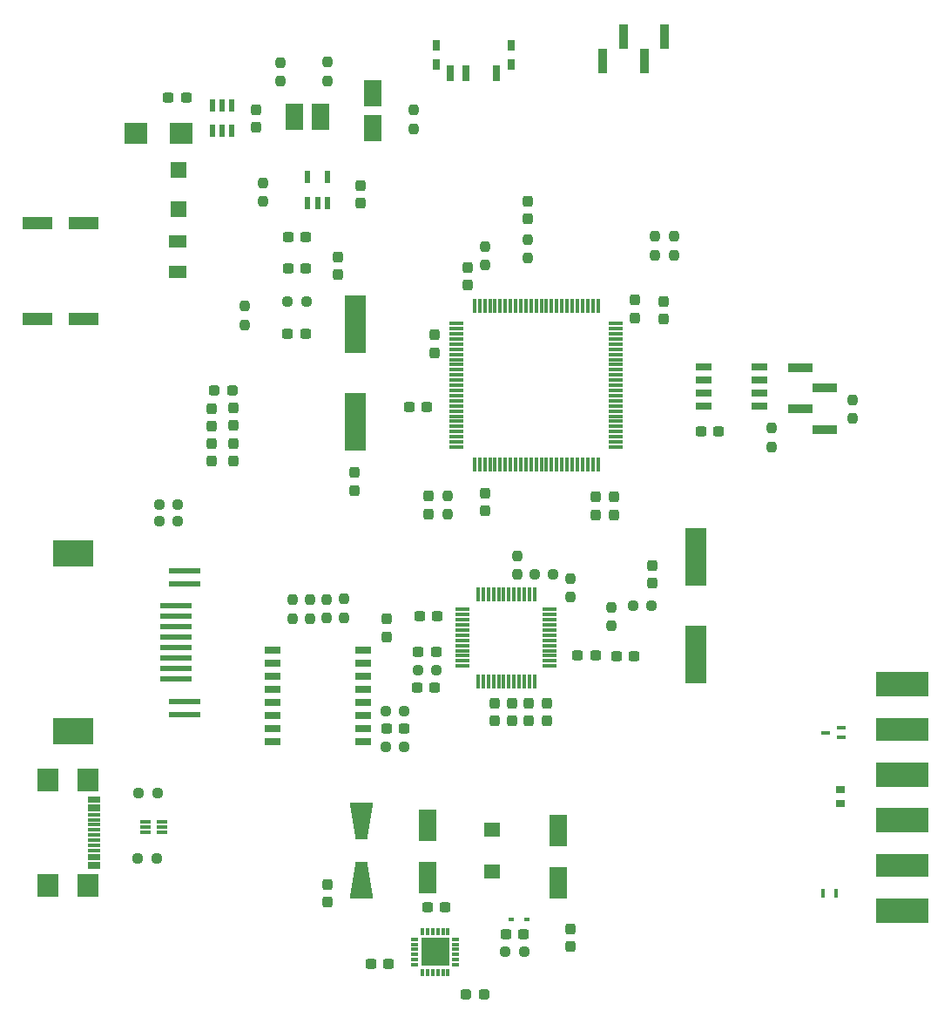
<source format=gbr>
%TF.GenerationSoftware,KiCad,Pcbnew,9.0.7*%
%TF.CreationDate,2026-02-08T15:09:09+00:00*%
%TF.ProjectId,lnb_control,6c6e625f-636f-46e7-9472-6f6c2e6b6963,rev?*%
%TF.SameCoordinates,Original*%
%TF.FileFunction,Paste,Top*%
%TF.FilePolarity,Positive*%
%FSLAX46Y46*%
G04 Gerber Fmt 4.6, Leading zero omitted, Abs format (unit mm)*
G04 Created by KiCad (PCBNEW 9.0.7) date 2026-02-08 15:09:09*
%MOMM*%
%LPD*%
G01*
G04 APERTURE LIST*
G04 Aperture macros list*
%AMRoundRect*
0 Rectangle with rounded corners*
0 $1 Rounding radius*
0 $2 $3 $4 $5 $6 $7 $8 $9 X,Y pos of 4 corners*
0 Add a 4 corners polygon primitive as box body*
4,1,4,$2,$3,$4,$5,$6,$7,$8,$9,$2,$3,0*
0 Add four circle primitives for the rounded corners*
1,1,$1+$1,$2,$3*
1,1,$1+$1,$4,$5*
1,1,$1+$1,$6,$7*
1,1,$1+$1,$8,$9*
0 Add four rect primitives between the rounded corners*
20,1,$1+$1,$2,$3,$4,$5,0*
20,1,$1+$1,$4,$5,$6,$7,0*
20,1,$1+$1,$6,$7,$8,$9,0*
20,1,$1+$1,$8,$9,$2,$3,0*%
%AMOutline4P*
0 Free polygon, 4 corners , with rotation*
0 The origin of the aperture is its center*
0 number of corners: always 4*
0 $1 to $8 corner X, Y*
0 $9 Rotation angle, in degrees counterclockwise*
0 create outline with 4 corners*
4,1,4,$1,$2,$3,$4,$5,$6,$7,$8,$1,$2,$9*%
G04 Aperture macros list end*
%ADD10RoundRect,0.237500X-0.300000X-0.237500X0.300000X-0.237500X0.300000X0.237500X-0.300000X0.237500X0*%
%ADD11RoundRect,0.237500X0.300000X0.237500X-0.300000X0.237500X-0.300000X-0.237500X0.300000X-0.237500X0*%
%ADD12RoundRect,0.237500X-0.237500X0.300000X-0.237500X-0.300000X0.237500X-0.300000X0.237500X0.300000X0*%
%ADD13R,0.400000X0.850000*%
%ADD14RoundRect,0.237500X0.237500X-0.250000X0.237500X0.250000X-0.237500X0.250000X-0.237500X-0.250000X0*%
%ADD15R,1.150000X0.300000*%
%ADD16R,2.000000X2.180000*%
%ADD17R,0.600000X1.200000*%
%ADD18Outline4P,-1.800000X-1.150000X1.800000X-0.550000X1.800000X0.550000X-1.800000X1.150000X270.000000*%
%ADD19Outline4P,-1.800000X-1.150000X1.800000X-0.550000X1.800000X0.550000X-1.800000X1.150000X90.000000*%
%ADD20R,2.100000X5.600000*%
%ADD21RoundRect,0.237500X-0.237500X0.250000X-0.237500X-0.250000X0.237500X-0.250000X0.237500X0.250000X0*%
%ADD22R,2.900000X1.300000*%
%ADD23RoundRect,0.237500X0.237500X-0.300000X0.237500X0.300000X-0.237500X0.300000X-0.237500X-0.300000X0*%
%ADD24R,0.700000X1.500000*%
%ADD25R,0.800000X1.000000*%
%ADD26R,0.850000X2.350000*%
%ADD27RoundRect,0.237500X-0.250000X-0.237500X0.250000X-0.237500X0.250000X0.237500X-0.250000X0.237500X0*%
%ADD28R,3.050000X0.610000*%
%ADD29R,3.900000X2.500000*%
%ADD30RoundRect,0.237500X0.250000X0.237500X-0.250000X0.237500X-0.250000X-0.237500X0.250000X-0.237500X0*%
%ADD31R,1.640000X1.400000*%
%ADD32R,1.800000X2.500000*%
%ADD33R,1.700000X2.600000*%
%ADD34R,1.820000X1.160000*%
%ADD35R,0.540000X0.420000*%
%ADD36R,0.940000X0.750000*%
%ADD37R,0.900000X0.400000*%
%ADD38R,1.630000X1.530000*%
%ADD39RoundRect,0.237500X0.237500X-0.287500X0.237500X0.287500X-0.237500X0.287500X-0.237500X-0.287500X0*%
%ADD40R,2.350000X0.850000*%
%ADD41R,1.475000X0.300000*%
%ADD42R,0.300000X1.475000*%
%ADD43R,2.200000X2.150000*%
%ADD44R,1.645000X0.800000*%
%ADD45R,5.080000X2.290000*%
%ADD46R,5.080000X2.420000*%
%ADD47R,1.551000X0.650000*%
%ADD48R,1.800000X3.150000*%
%ADD49R,0.990000X0.300000*%
%ADD50RoundRect,0.237500X-0.287500X-0.237500X0.287500X-0.237500X0.287500X0.237500X-0.287500X0.237500X0*%
%ADD51R,0.300000X0.750000*%
%ADD52R,0.750000X0.300000*%
%ADD53R,2.800000X2.800000*%
%ADD54RoundRect,0.237500X0.287500X0.237500X-0.287500X0.237500X-0.287500X-0.237500X0.287500X-0.237500X0*%
G04 APERTURE END LIST*
D10*
%TO.C,C20*%
X117387500Y-90700000D03*
X119112500Y-90700000D03*
%TD*%
D11*
%TO.C,C40*%
X91762500Y-108650000D03*
X90037500Y-108650000D03*
%TD*%
D12*
%TO.C,C19*%
X108900000Y-97075000D03*
X108900000Y-98800000D03*
%TD*%
D13*
%TO.C,L5*%
X129200000Y-135550000D03*
X130490000Y-135550000D03*
%TD*%
D14*
%TO.C,R9*%
X132100000Y-89462500D03*
X132100000Y-87637500D03*
%TD*%
D15*
%TO.C,J4*%
X58380000Y-126315000D03*
X58380000Y-127115000D03*
X58380000Y-128415000D03*
X58380000Y-129415000D03*
X58380000Y-129915000D03*
X58380000Y-130915000D03*
X58380000Y-132215000D03*
X58380000Y-133015000D03*
X58380000Y-132715000D03*
X58380000Y-131915000D03*
X58380000Y-131415000D03*
X58380000Y-130415000D03*
X58380000Y-128915000D03*
X58380000Y-127915000D03*
X58380000Y-127415000D03*
X58380000Y-126615000D03*
D16*
X53875000Y-124555000D03*
X53875000Y-134775000D03*
X57805000Y-124555000D03*
X57805000Y-134775000D03*
%TD*%
D12*
%TO.C,C5*%
X74100000Y-59437500D03*
X74100000Y-61162500D03*
%TD*%
D14*
%TO.C,R4*%
X81050000Y-56650000D03*
X81050000Y-54825000D03*
%TD*%
%TO.C,R21*%
X108650000Y-109587500D03*
X108650000Y-107762500D03*
%TD*%
D17*
%TO.C,IC1*%
X79150000Y-68500000D03*
X80100000Y-68500000D03*
X81050000Y-68500000D03*
X81050000Y-66000000D03*
X79150000Y-66000000D03*
%TD*%
D18*
%TO.C,D5*%
X84380908Y-128521565D03*
D19*
X84380908Y-134321565D03*
%TD*%
D20*
%TO.C,Y1*%
X83750000Y-80300000D03*
X83750000Y-89800000D03*
%TD*%
D21*
%TO.C,R7*%
X112900000Y-71725000D03*
X112900000Y-73550000D03*
%TD*%
%TO.C,R6*%
X100500000Y-72050000D03*
X100500000Y-73875000D03*
%TD*%
D10*
%TO.C,C33*%
X105368750Y-112481250D03*
X107093750Y-112481250D03*
%TD*%
D12*
%TO.C,C7*%
X69800000Y-88462500D03*
X69800000Y-90187500D03*
%TD*%
D22*
%TO.C,J1*%
X57375000Y-70475000D03*
X52875000Y-70475000D03*
X52875000Y-79775000D03*
X57375000Y-79775000D03*
%TD*%
D23*
%TO.C,C41*%
X86800000Y-110662500D03*
X86800000Y-108937500D03*
%TD*%
D24*
%TO.C,S1*%
X97500000Y-55865000D03*
X94500000Y-55865000D03*
X93000000Y-55865000D03*
D25*
X98900000Y-55080000D03*
X91600000Y-55080000D03*
X98900000Y-53150000D03*
X91600000Y-53150000D03*
%TD*%
D26*
%TO.C,J2*%
X107850000Y-54700000D03*
X109850000Y-52350000D03*
X111850000Y-54700000D03*
X113850000Y-52350000D03*
%TD*%
D27*
%TO.C,R27*%
X86725000Y-117900000D03*
X88550000Y-117900000D03*
%TD*%
D28*
%TO.C,J8*%
X66340000Y-114760000D03*
X66340000Y-113740000D03*
X66340000Y-112720000D03*
X66340000Y-111700000D03*
X66340000Y-110680000D03*
X66340000Y-109660000D03*
X66340000Y-108640000D03*
X66340000Y-107620000D03*
X67160000Y-118180000D03*
X67160000Y-116910000D03*
X67160000Y-105470000D03*
X67160000Y-104200000D03*
D29*
X56360000Y-102530000D03*
X56360000Y-119850000D03*
%TD*%
D10*
%TO.C,C1*%
X77187500Y-81200000D03*
X78912500Y-81200000D03*
%TD*%
D17*
%TO.C,PS1*%
X71750000Y-59000000D03*
X70800000Y-59000000D03*
X69850000Y-59000000D03*
X69850000Y-61500000D03*
X70800000Y-61500000D03*
X71750000Y-61500000D03*
%TD*%
D12*
%TO.C,C18*%
X83700000Y-94687500D03*
X83700000Y-96412500D03*
%TD*%
D21*
%TO.C,R19*%
X104650000Y-104987500D03*
X104650000Y-106812500D03*
%TD*%
D30*
%TO.C,R14*%
X64514500Y-125865000D03*
X62689500Y-125865000D03*
%TD*%
%TO.C,R22*%
X112575000Y-107625000D03*
X110750000Y-107625000D03*
%TD*%
D14*
%TO.C,R11*%
X92750000Y-98762500D03*
X92750000Y-96937500D03*
%TD*%
%TO.C,R25*%
X82700000Y-108812500D03*
X82700000Y-106987500D03*
%TD*%
D31*
%TO.C,D4*%
X97080908Y-129421565D03*
X97080908Y-133451565D03*
%TD*%
D32*
%TO.C,C6*%
X85500000Y-61250000D03*
X85500000Y-57850000D03*
%TD*%
D27*
%TO.C,R3*%
X77187500Y-78100000D03*
X79012500Y-78100000D03*
%TD*%
D12*
%TO.C,C11*%
X71900000Y-91850000D03*
X71900000Y-93575000D03*
%TD*%
D33*
%TO.C,L2*%
X77850000Y-60150000D03*
X80350000Y-60150000D03*
%TD*%
D12*
%TO.C,C10*%
X69800000Y-91875000D03*
X69800000Y-93600000D03*
%TD*%
D34*
%TO.C,F1*%
X66530000Y-75210000D03*
X66530000Y-72260000D03*
%TD*%
D23*
%TO.C,C15*%
X82050000Y-75462500D03*
X82050000Y-73737500D03*
%TD*%
D35*
%TO.C,D6*%
X98880908Y-138071565D03*
X100480908Y-138071565D03*
%TD*%
D36*
%TO.C,C29*%
X130950000Y-126850000D03*
X130950000Y-125450000D03*
%TD*%
D37*
%TO.C,D7*%
X131050000Y-120450000D03*
X131050000Y-119450000D03*
X129450000Y-119950000D03*
%TD*%
D38*
%TO.C,D1*%
X66600000Y-65330000D03*
X66600000Y-69130000D03*
%TD*%
D39*
%TO.C,L1*%
X84250000Y-68525000D03*
X84250000Y-66775000D03*
%TD*%
D21*
%TO.C,R5*%
X76450000Y-54837500D03*
X76450000Y-56662500D03*
%TD*%
D40*
%TO.C,J3*%
X129400000Y-90500000D03*
X127050000Y-88500000D03*
X129400000Y-86500000D03*
X127050000Y-84500000D03*
%TD*%
D41*
%TO.C,IC2*%
X93612000Y-80212000D03*
X93612000Y-80712000D03*
X93612000Y-81212000D03*
X93612000Y-81712000D03*
X93612000Y-82212000D03*
X93612000Y-82712000D03*
X93612000Y-83212000D03*
X93612000Y-83712000D03*
X93612000Y-84212000D03*
X93612000Y-84712000D03*
X93612000Y-85212000D03*
X93612000Y-85712000D03*
X93612000Y-86212000D03*
X93612000Y-86712000D03*
X93612000Y-87212000D03*
X93612000Y-87712000D03*
X93612000Y-88212000D03*
X93612000Y-88712000D03*
X93612000Y-89212000D03*
X93612000Y-89712000D03*
X93612000Y-90212000D03*
X93612000Y-90712000D03*
X93612000Y-91212000D03*
X93612000Y-91712000D03*
X93612000Y-92212000D03*
D42*
X95350000Y-93950000D03*
X95850000Y-93950000D03*
X96350000Y-93950000D03*
X96850000Y-93950000D03*
X97350000Y-93950000D03*
X97850000Y-93950000D03*
X98350000Y-93950000D03*
X98850000Y-93950000D03*
X99350000Y-93950000D03*
X99850000Y-93950000D03*
X100350000Y-93950000D03*
X100850000Y-93950000D03*
X101350000Y-93950000D03*
X101850000Y-93950000D03*
X102350000Y-93950000D03*
X102850000Y-93950000D03*
X103350000Y-93950000D03*
X103850000Y-93950000D03*
X104350000Y-93950000D03*
X104850000Y-93950000D03*
X105350000Y-93950000D03*
X105850000Y-93950000D03*
X106350000Y-93950000D03*
X106850000Y-93950000D03*
X107350000Y-93950000D03*
D41*
X109088000Y-92212000D03*
X109088000Y-91712000D03*
X109088000Y-91212000D03*
X109088000Y-90712000D03*
X109088000Y-90212000D03*
X109088000Y-89712000D03*
X109088000Y-89212000D03*
X109088000Y-88712000D03*
X109088000Y-88212000D03*
X109088000Y-87712000D03*
X109088000Y-87212000D03*
X109088000Y-86712000D03*
X109088000Y-86212000D03*
X109088000Y-85712000D03*
X109088000Y-85212000D03*
X109088000Y-84712000D03*
X109088000Y-84212000D03*
X109088000Y-83712000D03*
X109088000Y-83212000D03*
X109088000Y-82712000D03*
X109088000Y-82212000D03*
X109088000Y-81712000D03*
X109088000Y-81212000D03*
X109088000Y-80712000D03*
X109088000Y-80212000D03*
D42*
X107350000Y-78474000D03*
X106850000Y-78474000D03*
X106350000Y-78474000D03*
X105850000Y-78474000D03*
X105350000Y-78474000D03*
X104850000Y-78474000D03*
X104350000Y-78474000D03*
X103850000Y-78474000D03*
X103350000Y-78474000D03*
X102850000Y-78474000D03*
X102350000Y-78474000D03*
X101850000Y-78474000D03*
X101350000Y-78474000D03*
X100850000Y-78474000D03*
X100350000Y-78474000D03*
X99850000Y-78474000D03*
X99350000Y-78474000D03*
X98850000Y-78474000D03*
X98350000Y-78474000D03*
X97850000Y-78474000D03*
X97350000Y-78474000D03*
X96850000Y-78474000D03*
X96350000Y-78474000D03*
X95850000Y-78474000D03*
X95350000Y-78474000D03*
%TD*%
D43*
%TO.C,D2*%
X66800000Y-61750000D03*
X62400000Y-61750000D03*
%TD*%
D39*
%TO.C,D3*%
X90900000Y-98700000D03*
X90900000Y-96950000D03*
%TD*%
D23*
%TO.C,C32*%
X100650000Y-118812500D03*
X100650000Y-117087500D03*
%TD*%
D14*
%TO.C,R24*%
X77700000Y-108887500D03*
X77700000Y-107062500D03*
%TD*%
D21*
%TO.C,R12*%
X96400000Y-72725000D03*
X96400000Y-74550000D03*
%TD*%
%TO.C,R1*%
X74750000Y-66525000D03*
X74750000Y-68350000D03*
%TD*%
D30*
%TO.C,R30*%
X66502500Y-99390000D03*
X64677500Y-99390000D03*
%TD*%
D27*
%TO.C,R28*%
X86725000Y-121300000D03*
X88550000Y-121300000D03*
%TD*%
D11*
%TO.C,C38*%
X91512500Y-115600000D03*
X89787500Y-115600000D03*
%TD*%
D30*
%TO.C,R16*%
X100193408Y-141271565D03*
X98368408Y-141271565D03*
%TD*%
%TO.C,R29*%
X66522500Y-97800000D03*
X64697500Y-97800000D03*
%TD*%
D44*
%TO.C,T1*%
X84500000Y-120800000D03*
X84500000Y-119530000D03*
X84500000Y-118260000D03*
X84500000Y-116990000D03*
X84500000Y-115720000D03*
X84500000Y-114450000D03*
X84500000Y-113180000D03*
X84500000Y-111910000D03*
X75744000Y-111910000D03*
X75744000Y-113180000D03*
X75744000Y-114450000D03*
X75744000Y-115720000D03*
X75744000Y-116990000D03*
X75744000Y-118260000D03*
X75744000Y-119530000D03*
X75744000Y-120800000D03*
%TD*%
D10*
%TO.C,C27*%
X98418408Y-139571565D03*
X100143408Y-139571565D03*
%TD*%
D14*
%TO.C,R23*%
X79400000Y-108887500D03*
X79400000Y-107062500D03*
%TD*%
%TO.C,R13*%
X89450000Y-61312500D03*
X89450000Y-59487500D03*
%TD*%
D45*
%TO.C,J6*%
X136950000Y-119650000D03*
D46*
X136950000Y-124030000D03*
X136950000Y-115270000D03*
%TD*%
D12*
%TO.C,C34*%
X99000000Y-117087500D03*
X99000000Y-118812500D03*
%TD*%
D10*
%TO.C,C3*%
X77237500Y-71850000D03*
X78962500Y-71850000D03*
%TD*%
%TO.C,C42*%
X86787500Y-119550000D03*
X88512500Y-119550000D03*
%TD*%
D23*
%TO.C,C9*%
X100550000Y-70075000D03*
X100550000Y-68350000D03*
%TD*%
D12*
%TO.C,C36*%
X97350000Y-117087500D03*
X97350000Y-118812500D03*
%TD*%
D23*
%TO.C,C8*%
X94700000Y-76500000D03*
X94700000Y-74775000D03*
%TD*%
%TO.C,C16*%
X110950000Y-79650000D03*
X110950000Y-77925000D03*
%TD*%
D12*
%TO.C,C21*%
X107100000Y-97075000D03*
X107100000Y-98800000D03*
%TD*%
D11*
%TO.C,C28*%
X92493408Y-136921565D03*
X90768408Y-136921565D03*
%TD*%
D47*
%TO.C,IC4*%
X123050000Y-88250000D03*
X123050000Y-86980000D03*
X123050000Y-85710000D03*
X123050000Y-84440000D03*
X117600000Y-84440000D03*
X117600000Y-85710000D03*
X117600000Y-86980000D03*
X117600000Y-88250000D03*
%TD*%
D45*
%TO.C,J7*%
X136950000Y-132870000D03*
D46*
X136950000Y-137250000D03*
X136950000Y-128490000D03*
%TD*%
D21*
%TO.C,R8*%
X114750000Y-71725000D03*
X114750000Y-73550000D03*
%TD*%
D11*
%TO.C,C2*%
X67325000Y-58300000D03*
X65600000Y-58300000D03*
%TD*%
D23*
%TO.C,C37*%
X112600000Y-105462500D03*
X112600000Y-103737500D03*
%TD*%
D48*
%TO.C,C24*%
X103530908Y-134571565D03*
X103530908Y-129471565D03*
%TD*%
D14*
%TO.C,R10*%
X124250000Y-92212500D03*
X124250000Y-90387500D03*
%TD*%
D11*
%TO.C,C12*%
X90700000Y-88350000D03*
X88975000Y-88350000D03*
%TD*%
D23*
%TO.C,C31*%
X102400000Y-118812500D03*
X102400000Y-117087500D03*
%TD*%
D14*
%TO.C,R2*%
X73000000Y-80362500D03*
X73000000Y-78537500D03*
%TD*%
D30*
%TO.C,R18*%
X91662500Y-113850000D03*
X89837500Y-113850000D03*
%TD*%
%TO.C,R15*%
X64464500Y-132215000D03*
X62639500Y-132215000D03*
%TD*%
D49*
%TO.C,IC3*%
X64952000Y-129615000D03*
X64952000Y-129115000D03*
X64952000Y-128615000D03*
X63342000Y-128615000D03*
X63342000Y-129115000D03*
X63342000Y-129615000D03*
%TD*%
D10*
%TO.C,C23*%
X85293408Y-142421565D03*
X87018408Y-142421565D03*
%TD*%
D14*
%TO.C,R26*%
X81000000Y-108850000D03*
X81000000Y-107025000D03*
%TD*%
D50*
%TO.C,L3*%
X70075000Y-86700000D03*
X71825000Y-86700000D03*
%TD*%
D11*
%TO.C,C35*%
X110850000Y-112500000D03*
X109125000Y-112500000D03*
%TD*%
D20*
%TO.C,Y2*%
X116850000Y-112400000D03*
X116850000Y-102900000D03*
%TD*%
D21*
%TO.C,R20*%
X99500000Y-102775000D03*
X99500000Y-104600000D03*
%TD*%
D12*
%TO.C,C22*%
X113700000Y-78037500D03*
X113700000Y-79762500D03*
%TD*%
%TO.C,C13*%
X71900000Y-88412500D03*
X71900000Y-90137500D03*
%TD*%
D11*
%TO.C,C39*%
X91612500Y-112150000D03*
X89887500Y-112150000D03*
%TD*%
D23*
%TO.C,C25*%
X81030908Y-136421565D03*
X81030908Y-134696565D03*
%TD*%
D30*
%TO.C,R17*%
X103025000Y-104600000D03*
X101200000Y-104600000D03*
%TD*%
D41*
%TO.C,IC6*%
X94212000Y-107988000D03*
X94212000Y-108488000D03*
X94212000Y-108988000D03*
X94212000Y-109488000D03*
X94212000Y-109988000D03*
X94212000Y-110488000D03*
X94212000Y-110988000D03*
X94212000Y-111488000D03*
X94212000Y-111988000D03*
X94212000Y-112488000D03*
X94212000Y-112988000D03*
X94212000Y-113488000D03*
D42*
X95700000Y-114976000D03*
X96200000Y-114976000D03*
X96700000Y-114976000D03*
X97200000Y-114976000D03*
X97700000Y-114976000D03*
X98200000Y-114976000D03*
X98700000Y-114976000D03*
X99200000Y-114976000D03*
X99700000Y-114976000D03*
X100200000Y-114976000D03*
X100700000Y-114976000D03*
X101200000Y-114976000D03*
D41*
X102688000Y-113488000D03*
X102688000Y-112988000D03*
X102688000Y-112488000D03*
X102688000Y-111988000D03*
X102688000Y-111488000D03*
X102688000Y-110988000D03*
X102688000Y-110488000D03*
X102688000Y-109988000D03*
X102688000Y-109488000D03*
X102688000Y-108988000D03*
X102688000Y-108488000D03*
X102688000Y-107988000D03*
D42*
X101200000Y-106500000D03*
X100700000Y-106500000D03*
X100200000Y-106500000D03*
X99700000Y-106500000D03*
X99200000Y-106500000D03*
X98700000Y-106500000D03*
X98200000Y-106500000D03*
X97700000Y-106500000D03*
X97200000Y-106500000D03*
X96700000Y-106500000D03*
X96200000Y-106500000D03*
X95700000Y-106500000D03*
%TD*%
D23*
%TO.C,C30*%
X104680908Y-140721565D03*
X104680908Y-138996565D03*
%TD*%
D51*
%TO.C,IC5*%
X90280908Y-143271565D03*
X90780908Y-143271565D03*
X91280908Y-143271565D03*
X91780908Y-143271565D03*
X92280908Y-143271565D03*
X92780908Y-143271565D03*
D52*
X93530908Y-142521565D03*
X93530908Y-142021565D03*
X93530908Y-141521565D03*
X93530908Y-141021565D03*
X93530908Y-140521565D03*
X93530908Y-140021565D03*
D51*
X92780908Y-139271565D03*
X92280908Y-139271565D03*
X91780908Y-139271565D03*
X91280908Y-139271565D03*
X90780908Y-139271565D03*
X90280908Y-139271565D03*
D52*
X89530908Y-140021565D03*
X89530908Y-140521565D03*
X89530908Y-141021565D03*
X89530908Y-141521565D03*
X89530908Y-142021565D03*
X89530908Y-142521565D03*
D53*
X91530908Y-141271565D03*
%TD*%
D12*
%TO.C,C14*%
X96350000Y-96687500D03*
X96350000Y-98412500D03*
%TD*%
D54*
%TO.C,L4*%
X96280908Y-145421565D03*
X94530908Y-145421565D03*
%TD*%
D23*
%TO.C,C17*%
X91488000Y-83038000D03*
X91488000Y-81313000D03*
%TD*%
D10*
%TO.C,C4*%
X77237500Y-74900000D03*
X78962500Y-74900000D03*
%TD*%
D48*
%TO.C,C26*%
X90780908Y-128971565D03*
X90780908Y-134071565D03*
%TD*%
M02*

</source>
